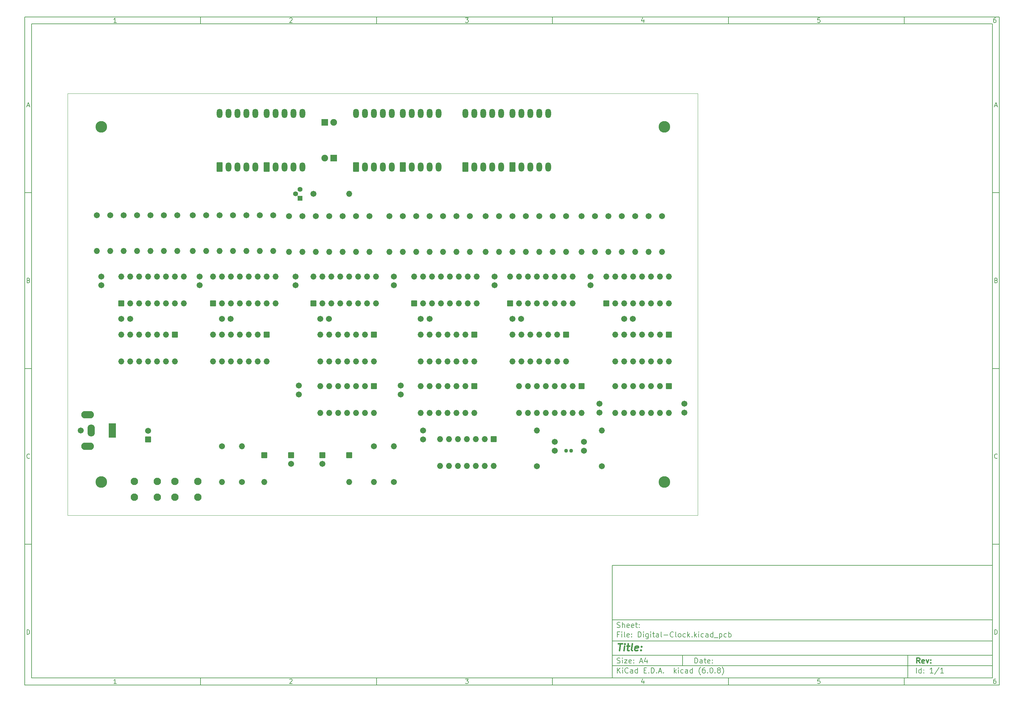
<source format=gbr>
G04 #@! TF.GenerationSoftware,KiCad,Pcbnew,(6.0.8)*
G04 #@! TF.CreationDate,2022-10-20T20:27:48+05:30*
G04 #@! TF.ProjectId,Digital-Clock,44696769-7461-46c2-9d43-6c6f636b2e6b,rev?*
G04 #@! TF.SameCoordinates,Original*
G04 #@! TF.FileFunction,Soldermask,Bot*
G04 #@! TF.FilePolarity,Negative*
%FSLAX46Y46*%
G04 Gerber Fmt 4.6, Leading zero omitted, Abs format (unit mm)*
G04 Created by KiCad (PCBNEW (6.0.8)) date 2022-10-20 20:27:48*
%MOMM*%
%LPD*%
G01*
G04 APERTURE LIST*
G04 Aperture macros list*
%AMRoundRect*
0 Rectangle with rounded corners*
0 $1 Rounding radius*
0 $2 $3 $4 $5 $6 $7 $8 $9 X,Y pos of 4 corners*
0 Add a 4 corners polygon primitive as box body*
4,1,4,$2,$3,$4,$5,$6,$7,$8,$9,$2,$3,0*
0 Add four circle primitives for the rounded corners*
1,1,$1+$1,$2,$3*
1,1,$1+$1,$4,$5*
1,1,$1+$1,$6,$7*
1,1,$1+$1,$8,$9*
0 Add four rect primitives between the rounded corners*
20,1,$1+$1,$2,$3,$4,$5,0*
20,1,$1+$1,$4,$5,$6,$7,0*
20,1,$1+$1,$6,$7,$8,$9,0*
20,1,$1+$1,$8,$9,$2,$3,0*%
G04 Aperture macros list end*
%ADD10C,0.100000*%
%ADD11C,0.150000*%
%ADD12C,0.300000*%
%ADD13C,0.400000*%
G04 #@! TA.AperFunction,Profile*
%ADD14C,0.050000*%
G04 #@! TD*
%ADD15RoundRect,0.051000X-0.762000X-1.262000X0.762000X-1.262000X0.762000X1.262000X-0.762000X1.262000X0*%
%ADD16O,1.626000X2.626000*%
%ADD17RoundRect,0.051000X-0.800000X0.800000X-0.800000X-0.800000X0.800000X-0.800000X0.800000X0.800000X0*%
%ADD18C,1.702000*%
%ADD19O,1.702000X1.702000*%
%ADD20RoundRect,0.051000X-0.900000X-0.900000X0.900000X-0.900000X0.900000X0.900000X-0.900000X0.900000X0*%
%ADD21C,1.902000*%
%ADD22RoundRect,0.051000X0.900000X0.900000X-0.900000X0.900000X-0.900000X-0.900000X0.900000X-0.900000X0*%
%ADD23RoundRect,0.051000X0.650000X-0.650000X0.650000X0.650000X-0.650000X0.650000X-0.650000X-0.650000X0*%
%ADD24C,1.402000*%
%ADD25RoundRect,0.051000X0.800000X-0.800000X0.800000X0.800000X-0.800000X0.800000X-0.800000X-0.800000X0*%
%ADD26C,2.102000*%
%ADD27RoundRect,0.051000X-1.000000X2.000000X-1.000000X-2.000000X1.000000X-2.000000X1.000000X2.000000X0*%
%ADD28O,2.102000X3.402000*%
%ADD29O,3.602000X2.102000*%
%ADD30C,1.102000*%
%ADD31C,3.302000*%
G04 APERTURE END LIST*
D10*
D11*
X177002200Y-166007200D02*
X177002200Y-198007200D01*
X285002200Y-198007200D01*
X285002200Y-166007200D01*
X177002200Y-166007200D01*
D10*
D11*
X10000000Y-10000000D02*
X10000000Y-200007200D01*
X287002200Y-200007200D01*
X287002200Y-10000000D01*
X10000000Y-10000000D01*
D10*
D11*
X12000000Y-12000000D02*
X12000000Y-198007200D01*
X285002200Y-198007200D01*
X285002200Y-12000000D01*
X12000000Y-12000000D01*
D10*
D11*
X60000000Y-12000000D02*
X60000000Y-10000000D01*
D10*
D11*
X110000000Y-12000000D02*
X110000000Y-10000000D01*
D10*
D11*
X160000000Y-12000000D02*
X160000000Y-10000000D01*
D10*
D11*
X210000000Y-12000000D02*
X210000000Y-10000000D01*
D10*
D11*
X260000000Y-12000000D02*
X260000000Y-10000000D01*
D10*
D11*
X36065476Y-11588095D02*
X35322619Y-11588095D01*
X35694047Y-11588095D02*
X35694047Y-10288095D01*
X35570238Y-10473809D01*
X35446428Y-10597619D01*
X35322619Y-10659523D01*
D10*
D11*
X85322619Y-10411904D02*
X85384523Y-10350000D01*
X85508333Y-10288095D01*
X85817857Y-10288095D01*
X85941666Y-10350000D01*
X86003571Y-10411904D01*
X86065476Y-10535714D01*
X86065476Y-10659523D01*
X86003571Y-10845238D01*
X85260714Y-11588095D01*
X86065476Y-11588095D01*
D10*
D11*
X135260714Y-10288095D02*
X136065476Y-10288095D01*
X135632142Y-10783333D01*
X135817857Y-10783333D01*
X135941666Y-10845238D01*
X136003571Y-10907142D01*
X136065476Y-11030952D01*
X136065476Y-11340476D01*
X136003571Y-11464285D01*
X135941666Y-11526190D01*
X135817857Y-11588095D01*
X135446428Y-11588095D01*
X135322619Y-11526190D01*
X135260714Y-11464285D01*
D10*
D11*
X185941666Y-10721428D02*
X185941666Y-11588095D01*
X185632142Y-10226190D02*
X185322619Y-11154761D01*
X186127380Y-11154761D01*
D10*
D11*
X236003571Y-10288095D02*
X235384523Y-10288095D01*
X235322619Y-10907142D01*
X235384523Y-10845238D01*
X235508333Y-10783333D01*
X235817857Y-10783333D01*
X235941666Y-10845238D01*
X236003571Y-10907142D01*
X236065476Y-11030952D01*
X236065476Y-11340476D01*
X236003571Y-11464285D01*
X235941666Y-11526190D01*
X235817857Y-11588095D01*
X235508333Y-11588095D01*
X235384523Y-11526190D01*
X235322619Y-11464285D01*
D10*
D11*
X285941666Y-10288095D02*
X285694047Y-10288095D01*
X285570238Y-10350000D01*
X285508333Y-10411904D01*
X285384523Y-10597619D01*
X285322619Y-10845238D01*
X285322619Y-11340476D01*
X285384523Y-11464285D01*
X285446428Y-11526190D01*
X285570238Y-11588095D01*
X285817857Y-11588095D01*
X285941666Y-11526190D01*
X286003571Y-11464285D01*
X286065476Y-11340476D01*
X286065476Y-11030952D01*
X286003571Y-10907142D01*
X285941666Y-10845238D01*
X285817857Y-10783333D01*
X285570238Y-10783333D01*
X285446428Y-10845238D01*
X285384523Y-10907142D01*
X285322619Y-11030952D01*
D10*
D11*
X60000000Y-198007200D02*
X60000000Y-200007200D01*
D10*
D11*
X110000000Y-198007200D02*
X110000000Y-200007200D01*
D10*
D11*
X160000000Y-198007200D02*
X160000000Y-200007200D01*
D10*
D11*
X210000000Y-198007200D02*
X210000000Y-200007200D01*
D10*
D11*
X260000000Y-198007200D02*
X260000000Y-200007200D01*
D10*
D11*
X36065476Y-199595295D02*
X35322619Y-199595295D01*
X35694047Y-199595295D02*
X35694047Y-198295295D01*
X35570238Y-198481009D01*
X35446428Y-198604819D01*
X35322619Y-198666723D01*
D10*
D11*
X85322619Y-198419104D02*
X85384523Y-198357200D01*
X85508333Y-198295295D01*
X85817857Y-198295295D01*
X85941666Y-198357200D01*
X86003571Y-198419104D01*
X86065476Y-198542914D01*
X86065476Y-198666723D01*
X86003571Y-198852438D01*
X85260714Y-199595295D01*
X86065476Y-199595295D01*
D10*
D11*
X135260714Y-198295295D02*
X136065476Y-198295295D01*
X135632142Y-198790533D01*
X135817857Y-198790533D01*
X135941666Y-198852438D01*
X136003571Y-198914342D01*
X136065476Y-199038152D01*
X136065476Y-199347676D01*
X136003571Y-199471485D01*
X135941666Y-199533390D01*
X135817857Y-199595295D01*
X135446428Y-199595295D01*
X135322619Y-199533390D01*
X135260714Y-199471485D01*
D10*
D11*
X185941666Y-198728628D02*
X185941666Y-199595295D01*
X185632142Y-198233390D02*
X185322619Y-199161961D01*
X186127380Y-199161961D01*
D10*
D11*
X236003571Y-198295295D02*
X235384523Y-198295295D01*
X235322619Y-198914342D01*
X235384523Y-198852438D01*
X235508333Y-198790533D01*
X235817857Y-198790533D01*
X235941666Y-198852438D01*
X236003571Y-198914342D01*
X236065476Y-199038152D01*
X236065476Y-199347676D01*
X236003571Y-199471485D01*
X235941666Y-199533390D01*
X235817857Y-199595295D01*
X235508333Y-199595295D01*
X235384523Y-199533390D01*
X235322619Y-199471485D01*
D10*
D11*
X285941666Y-198295295D02*
X285694047Y-198295295D01*
X285570238Y-198357200D01*
X285508333Y-198419104D01*
X285384523Y-198604819D01*
X285322619Y-198852438D01*
X285322619Y-199347676D01*
X285384523Y-199471485D01*
X285446428Y-199533390D01*
X285570238Y-199595295D01*
X285817857Y-199595295D01*
X285941666Y-199533390D01*
X286003571Y-199471485D01*
X286065476Y-199347676D01*
X286065476Y-199038152D01*
X286003571Y-198914342D01*
X285941666Y-198852438D01*
X285817857Y-198790533D01*
X285570238Y-198790533D01*
X285446428Y-198852438D01*
X285384523Y-198914342D01*
X285322619Y-199038152D01*
D10*
D11*
X10000000Y-60000000D02*
X12000000Y-60000000D01*
D10*
D11*
X10000000Y-110000000D02*
X12000000Y-110000000D01*
D10*
D11*
X10000000Y-160000000D02*
X12000000Y-160000000D01*
D10*
D11*
X10690476Y-35216666D02*
X11309523Y-35216666D01*
X10566666Y-35588095D02*
X11000000Y-34288095D01*
X11433333Y-35588095D01*
D10*
D11*
X11092857Y-84907142D02*
X11278571Y-84969047D01*
X11340476Y-85030952D01*
X11402380Y-85154761D01*
X11402380Y-85340476D01*
X11340476Y-85464285D01*
X11278571Y-85526190D01*
X11154761Y-85588095D01*
X10659523Y-85588095D01*
X10659523Y-84288095D01*
X11092857Y-84288095D01*
X11216666Y-84350000D01*
X11278571Y-84411904D01*
X11340476Y-84535714D01*
X11340476Y-84659523D01*
X11278571Y-84783333D01*
X11216666Y-84845238D01*
X11092857Y-84907142D01*
X10659523Y-84907142D01*
D10*
D11*
X11402380Y-135464285D02*
X11340476Y-135526190D01*
X11154761Y-135588095D01*
X11030952Y-135588095D01*
X10845238Y-135526190D01*
X10721428Y-135402380D01*
X10659523Y-135278571D01*
X10597619Y-135030952D01*
X10597619Y-134845238D01*
X10659523Y-134597619D01*
X10721428Y-134473809D01*
X10845238Y-134350000D01*
X11030952Y-134288095D01*
X11154761Y-134288095D01*
X11340476Y-134350000D01*
X11402380Y-134411904D01*
D10*
D11*
X10659523Y-185588095D02*
X10659523Y-184288095D01*
X10969047Y-184288095D01*
X11154761Y-184350000D01*
X11278571Y-184473809D01*
X11340476Y-184597619D01*
X11402380Y-184845238D01*
X11402380Y-185030952D01*
X11340476Y-185278571D01*
X11278571Y-185402380D01*
X11154761Y-185526190D01*
X10969047Y-185588095D01*
X10659523Y-185588095D01*
D10*
D11*
X287002200Y-60000000D02*
X285002200Y-60000000D01*
D10*
D11*
X287002200Y-110000000D02*
X285002200Y-110000000D01*
D10*
D11*
X287002200Y-160000000D02*
X285002200Y-160000000D01*
D10*
D11*
X285692676Y-35216666D02*
X286311723Y-35216666D01*
X285568866Y-35588095D02*
X286002200Y-34288095D01*
X286435533Y-35588095D01*
D10*
D11*
X286095057Y-84907142D02*
X286280771Y-84969047D01*
X286342676Y-85030952D01*
X286404580Y-85154761D01*
X286404580Y-85340476D01*
X286342676Y-85464285D01*
X286280771Y-85526190D01*
X286156961Y-85588095D01*
X285661723Y-85588095D01*
X285661723Y-84288095D01*
X286095057Y-84288095D01*
X286218866Y-84350000D01*
X286280771Y-84411904D01*
X286342676Y-84535714D01*
X286342676Y-84659523D01*
X286280771Y-84783333D01*
X286218866Y-84845238D01*
X286095057Y-84907142D01*
X285661723Y-84907142D01*
D10*
D11*
X286404580Y-135464285D02*
X286342676Y-135526190D01*
X286156961Y-135588095D01*
X286033152Y-135588095D01*
X285847438Y-135526190D01*
X285723628Y-135402380D01*
X285661723Y-135278571D01*
X285599819Y-135030952D01*
X285599819Y-134845238D01*
X285661723Y-134597619D01*
X285723628Y-134473809D01*
X285847438Y-134350000D01*
X286033152Y-134288095D01*
X286156961Y-134288095D01*
X286342676Y-134350000D01*
X286404580Y-134411904D01*
D10*
D11*
X285661723Y-185588095D02*
X285661723Y-184288095D01*
X285971247Y-184288095D01*
X286156961Y-184350000D01*
X286280771Y-184473809D01*
X286342676Y-184597619D01*
X286404580Y-184845238D01*
X286404580Y-185030952D01*
X286342676Y-185278571D01*
X286280771Y-185402380D01*
X286156961Y-185526190D01*
X285971247Y-185588095D01*
X285661723Y-185588095D01*
D10*
D11*
X200434342Y-193785771D02*
X200434342Y-192285771D01*
X200791485Y-192285771D01*
X201005771Y-192357200D01*
X201148628Y-192500057D01*
X201220057Y-192642914D01*
X201291485Y-192928628D01*
X201291485Y-193142914D01*
X201220057Y-193428628D01*
X201148628Y-193571485D01*
X201005771Y-193714342D01*
X200791485Y-193785771D01*
X200434342Y-193785771D01*
X202577200Y-193785771D02*
X202577200Y-193000057D01*
X202505771Y-192857200D01*
X202362914Y-192785771D01*
X202077200Y-192785771D01*
X201934342Y-192857200D01*
X202577200Y-193714342D02*
X202434342Y-193785771D01*
X202077200Y-193785771D01*
X201934342Y-193714342D01*
X201862914Y-193571485D01*
X201862914Y-193428628D01*
X201934342Y-193285771D01*
X202077200Y-193214342D01*
X202434342Y-193214342D01*
X202577200Y-193142914D01*
X203077200Y-192785771D02*
X203648628Y-192785771D01*
X203291485Y-192285771D02*
X203291485Y-193571485D01*
X203362914Y-193714342D01*
X203505771Y-193785771D01*
X203648628Y-193785771D01*
X204720057Y-193714342D02*
X204577200Y-193785771D01*
X204291485Y-193785771D01*
X204148628Y-193714342D01*
X204077200Y-193571485D01*
X204077200Y-193000057D01*
X204148628Y-192857200D01*
X204291485Y-192785771D01*
X204577200Y-192785771D01*
X204720057Y-192857200D01*
X204791485Y-193000057D01*
X204791485Y-193142914D01*
X204077200Y-193285771D01*
X205434342Y-193642914D02*
X205505771Y-193714342D01*
X205434342Y-193785771D01*
X205362914Y-193714342D01*
X205434342Y-193642914D01*
X205434342Y-193785771D01*
X205434342Y-192857200D02*
X205505771Y-192928628D01*
X205434342Y-193000057D01*
X205362914Y-192928628D01*
X205434342Y-192857200D01*
X205434342Y-193000057D01*
D10*
D11*
X177002200Y-194507200D02*
X285002200Y-194507200D01*
D10*
D11*
X178434342Y-196585771D02*
X178434342Y-195085771D01*
X179291485Y-196585771D02*
X178648628Y-195728628D01*
X179291485Y-195085771D02*
X178434342Y-195942914D01*
X179934342Y-196585771D02*
X179934342Y-195585771D01*
X179934342Y-195085771D02*
X179862914Y-195157200D01*
X179934342Y-195228628D01*
X180005771Y-195157200D01*
X179934342Y-195085771D01*
X179934342Y-195228628D01*
X181505771Y-196442914D02*
X181434342Y-196514342D01*
X181220057Y-196585771D01*
X181077200Y-196585771D01*
X180862914Y-196514342D01*
X180720057Y-196371485D01*
X180648628Y-196228628D01*
X180577200Y-195942914D01*
X180577200Y-195728628D01*
X180648628Y-195442914D01*
X180720057Y-195300057D01*
X180862914Y-195157200D01*
X181077200Y-195085771D01*
X181220057Y-195085771D01*
X181434342Y-195157200D01*
X181505771Y-195228628D01*
X182791485Y-196585771D02*
X182791485Y-195800057D01*
X182720057Y-195657200D01*
X182577200Y-195585771D01*
X182291485Y-195585771D01*
X182148628Y-195657200D01*
X182791485Y-196514342D02*
X182648628Y-196585771D01*
X182291485Y-196585771D01*
X182148628Y-196514342D01*
X182077200Y-196371485D01*
X182077200Y-196228628D01*
X182148628Y-196085771D01*
X182291485Y-196014342D01*
X182648628Y-196014342D01*
X182791485Y-195942914D01*
X184148628Y-196585771D02*
X184148628Y-195085771D01*
X184148628Y-196514342D02*
X184005771Y-196585771D01*
X183720057Y-196585771D01*
X183577200Y-196514342D01*
X183505771Y-196442914D01*
X183434342Y-196300057D01*
X183434342Y-195871485D01*
X183505771Y-195728628D01*
X183577200Y-195657200D01*
X183720057Y-195585771D01*
X184005771Y-195585771D01*
X184148628Y-195657200D01*
X186005771Y-195800057D02*
X186505771Y-195800057D01*
X186720057Y-196585771D02*
X186005771Y-196585771D01*
X186005771Y-195085771D01*
X186720057Y-195085771D01*
X187362914Y-196442914D02*
X187434342Y-196514342D01*
X187362914Y-196585771D01*
X187291485Y-196514342D01*
X187362914Y-196442914D01*
X187362914Y-196585771D01*
X188077200Y-196585771D02*
X188077200Y-195085771D01*
X188434342Y-195085771D01*
X188648628Y-195157200D01*
X188791485Y-195300057D01*
X188862914Y-195442914D01*
X188934342Y-195728628D01*
X188934342Y-195942914D01*
X188862914Y-196228628D01*
X188791485Y-196371485D01*
X188648628Y-196514342D01*
X188434342Y-196585771D01*
X188077200Y-196585771D01*
X189577200Y-196442914D02*
X189648628Y-196514342D01*
X189577200Y-196585771D01*
X189505771Y-196514342D01*
X189577200Y-196442914D01*
X189577200Y-196585771D01*
X190220057Y-196157200D02*
X190934342Y-196157200D01*
X190077200Y-196585771D02*
X190577200Y-195085771D01*
X191077200Y-196585771D01*
X191577200Y-196442914D02*
X191648628Y-196514342D01*
X191577200Y-196585771D01*
X191505771Y-196514342D01*
X191577200Y-196442914D01*
X191577200Y-196585771D01*
X194577200Y-196585771D02*
X194577200Y-195085771D01*
X194720057Y-196014342D02*
X195148628Y-196585771D01*
X195148628Y-195585771D02*
X194577200Y-196157200D01*
X195791485Y-196585771D02*
X195791485Y-195585771D01*
X195791485Y-195085771D02*
X195720057Y-195157200D01*
X195791485Y-195228628D01*
X195862914Y-195157200D01*
X195791485Y-195085771D01*
X195791485Y-195228628D01*
X197148628Y-196514342D02*
X197005771Y-196585771D01*
X196720057Y-196585771D01*
X196577200Y-196514342D01*
X196505771Y-196442914D01*
X196434342Y-196300057D01*
X196434342Y-195871485D01*
X196505771Y-195728628D01*
X196577200Y-195657200D01*
X196720057Y-195585771D01*
X197005771Y-195585771D01*
X197148628Y-195657200D01*
X198434342Y-196585771D02*
X198434342Y-195800057D01*
X198362914Y-195657200D01*
X198220057Y-195585771D01*
X197934342Y-195585771D01*
X197791485Y-195657200D01*
X198434342Y-196514342D02*
X198291485Y-196585771D01*
X197934342Y-196585771D01*
X197791485Y-196514342D01*
X197720057Y-196371485D01*
X197720057Y-196228628D01*
X197791485Y-196085771D01*
X197934342Y-196014342D01*
X198291485Y-196014342D01*
X198434342Y-195942914D01*
X199791485Y-196585771D02*
X199791485Y-195085771D01*
X199791485Y-196514342D02*
X199648628Y-196585771D01*
X199362914Y-196585771D01*
X199220057Y-196514342D01*
X199148628Y-196442914D01*
X199077200Y-196300057D01*
X199077200Y-195871485D01*
X199148628Y-195728628D01*
X199220057Y-195657200D01*
X199362914Y-195585771D01*
X199648628Y-195585771D01*
X199791485Y-195657200D01*
X202077200Y-197157200D02*
X202005771Y-197085771D01*
X201862914Y-196871485D01*
X201791485Y-196728628D01*
X201720057Y-196514342D01*
X201648628Y-196157200D01*
X201648628Y-195871485D01*
X201720057Y-195514342D01*
X201791485Y-195300057D01*
X201862914Y-195157200D01*
X202005771Y-194942914D01*
X202077200Y-194871485D01*
X203291485Y-195085771D02*
X203005771Y-195085771D01*
X202862914Y-195157200D01*
X202791485Y-195228628D01*
X202648628Y-195442914D01*
X202577200Y-195728628D01*
X202577200Y-196300057D01*
X202648628Y-196442914D01*
X202720057Y-196514342D01*
X202862914Y-196585771D01*
X203148628Y-196585771D01*
X203291485Y-196514342D01*
X203362914Y-196442914D01*
X203434342Y-196300057D01*
X203434342Y-195942914D01*
X203362914Y-195800057D01*
X203291485Y-195728628D01*
X203148628Y-195657200D01*
X202862914Y-195657200D01*
X202720057Y-195728628D01*
X202648628Y-195800057D01*
X202577200Y-195942914D01*
X204077200Y-196442914D02*
X204148628Y-196514342D01*
X204077200Y-196585771D01*
X204005771Y-196514342D01*
X204077200Y-196442914D01*
X204077200Y-196585771D01*
X205077200Y-195085771D02*
X205220057Y-195085771D01*
X205362914Y-195157200D01*
X205434342Y-195228628D01*
X205505771Y-195371485D01*
X205577200Y-195657200D01*
X205577200Y-196014342D01*
X205505771Y-196300057D01*
X205434342Y-196442914D01*
X205362914Y-196514342D01*
X205220057Y-196585771D01*
X205077200Y-196585771D01*
X204934342Y-196514342D01*
X204862914Y-196442914D01*
X204791485Y-196300057D01*
X204720057Y-196014342D01*
X204720057Y-195657200D01*
X204791485Y-195371485D01*
X204862914Y-195228628D01*
X204934342Y-195157200D01*
X205077200Y-195085771D01*
X206220057Y-196442914D02*
X206291485Y-196514342D01*
X206220057Y-196585771D01*
X206148628Y-196514342D01*
X206220057Y-196442914D01*
X206220057Y-196585771D01*
X207148628Y-195728628D02*
X207005771Y-195657200D01*
X206934342Y-195585771D01*
X206862914Y-195442914D01*
X206862914Y-195371485D01*
X206934342Y-195228628D01*
X207005771Y-195157200D01*
X207148628Y-195085771D01*
X207434342Y-195085771D01*
X207577200Y-195157200D01*
X207648628Y-195228628D01*
X207720057Y-195371485D01*
X207720057Y-195442914D01*
X207648628Y-195585771D01*
X207577200Y-195657200D01*
X207434342Y-195728628D01*
X207148628Y-195728628D01*
X207005771Y-195800057D01*
X206934342Y-195871485D01*
X206862914Y-196014342D01*
X206862914Y-196300057D01*
X206934342Y-196442914D01*
X207005771Y-196514342D01*
X207148628Y-196585771D01*
X207434342Y-196585771D01*
X207577200Y-196514342D01*
X207648628Y-196442914D01*
X207720057Y-196300057D01*
X207720057Y-196014342D01*
X207648628Y-195871485D01*
X207577200Y-195800057D01*
X207434342Y-195728628D01*
X208220057Y-197157200D02*
X208291485Y-197085771D01*
X208434342Y-196871485D01*
X208505771Y-196728628D01*
X208577200Y-196514342D01*
X208648628Y-196157200D01*
X208648628Y-195871485D01*
X208577200Y-195514342D01*
X208505771Y-195300057D01*
X208434342Y-195157200D01*
X208291485Y-194942914D01*
X208220057Y-194871485D01*
D10*
D11*
X177002200Y-191507200D02*
X285002200Y-191507200D01*
D10*
D12*
X264411485Y-193785771D02*
X263911485Y-193071485D01*
X263554342Y-193785771D02*
X263554342Y-192285771D01*
X264125771Y-192285771D01*
X264268628Y-192357200D01*
X264340057Y-192428628D01*
X264411485Y-192571485D01*
X264411485Y-192785771D01*
X264340057Y-192928628D01*
X264268628Y-193000057D01*
X264125771Y-193071485D01*
X263554342Y-193071485D01*
X265625771Y-193714342D02*
X265482914Y-193785771D01*
X265197200Y-193785771D01*
X265054342Y-193714342D01*
X264982914Y-193571485D01*
X264982914Y-193000057D01*
X265054342Y-192857200D01*
X265197200Y-192785771D01*
X265482914Y-192785771D01*
X265625771Y-192857200D01*
X265697200Y-193000057D01*
X265697200Y-193142914D01*
X264982914Y-193285771D01*
X266197200Y-192785771D02*
X266554342Y-193785771D01*
X266911485Y-192785771D01*
X267482914Y-193642914D02*
X267554342Y-193714342D01*
X267482914Y-193785771D01*
X267411485Y-193714342D01*
X267482914Y-193642914D01*
X267482914Y-193785771D01*
X267482914Y-192857200D02*
X267554342Y-192928628D01*
X267482914Y-193000057D01*
X267411485Y-192928628D01*
X267482914Y-192857200D01*
X267482914Y-193000057D01*
D10*
D11*
X178362914Y-193714342D02*
X178577200Y-193785771D01*
X178934342Y-193785771D01*
X179077200Y-193714342D01*
X179148628Y-193642914D01*
X179220057Y-193500057D01*
X179220057Y-193357200D01*
X179148628Y-193214342D01*
X179077200Y-193142914D01*
X178934342Y-193071485D01*
X178648628Y-193000057D01*
X178505771Y-192928628D01*
X178434342Y-192857200D01*
X178362914Y-192714342D01*
X178362914Y-192571485D01*
X178434342Y-192428628D01*
X178505771Y-192357200D01*
X178648628Y-192285771D01*
X179005771Y-192285771D01*
X179220057Y-192357200D01*
X179862914Y-193785771D02*
X179862914Y-192785771D01*
X179862914Y-192285771D02*
X179791485Y-192357200D01*
X179862914Y-192428628D01*
X179934342Y-192357200D01*
X179862914Y-192285771D01*
X179862914Y-192428628D01*
X180434342Y-192785771D02*
X181220057Y-192785771D01*
X180434342Y-193785771D01*
X181220057Y-193785771D01*
X182362914Y-193714342D02*
X182220057Y-193785771D01*
X181934342Y-193785771D01*
X181791485Y-193714342D01*
X181720057Y-193571485D01*
X181720057Y-193000057D01*
X181791485Y-192857200D01*
X181934342Y-192785771D01*
X182220057Y-192785771D01*
X182362914Y-192857200D01*
X182434342Y-193000057D01*
X182434342Y-193142914D01*
X181720057Y-193285771D01*
X183077200Y-193642914D02*
X183148628Y-193714342D01*
X183077200Y-193785771D01*
X183005771Y-193714342D01*
X183077200Y-193642914D01*
X183077200Y-193785771D01*
X183077200Y-192857200D02*
X183148628Y-192928628D01*
X183077200Y-193000057D01*
X183005771Y-192928628D01*
X183077200Y-192857200D01*
X183077200Y-193000057D01*
X184862914Y-193357200D02*
X185577200Y-193357200D01*
X184720057Y-193785771D02*
X185220057Y-192285771D01*
X185720057Y-193785771D01*
X186862914Y-192785771D02*
X186862914Y-193785771D01*
X186505771Y-192214342D02*
X186148628Y-193285771D01*
X187077200Y-193285771D01*
D10*
D11*
X263434342Y-196585771D02*
X263434342Y-195085771D01*
X264791485Y-196585771D02*
X264791485Y-195085771D01*
X264791485Y-196514342D02*
X264648628Y-196585771D01*
X264362914Y-196585771D01*
X264220057Y-196514342D01*
X264148628Y-196442914D01*
X264077200Y-196300057D01*
X264077200Y-195871485D01*
X264148628Y-195728628D01*
X264220057Y-195657200D01*
X264362914Y-195585771D01*
X264648628Y-195585771D01*
X264791485Y-195657200D01*
X265505771Y-196442914D02*
X265577200Y-196514342D01*
X265505771Y-196585771D01*
X265434342Y-196514342D01*
X265505771Y-196442914D01*
X265505771Y-196585771D01*
X265505771Y-195657200D02*
X265577200Y-195728628D01*
X265505771Y-195800057D01*
X265434342Y-195728628D01*
X265505771Y-195657200D01*
X265505771Y-195800057D01*
X268148628Y-196585771D02*
X267291485Y-196585771D01*
X267720057Y-196585771D02*
X267720057Y-195085771D01*
X267577200Y-195300057D01*
X267434342Y-195442914D01*
X267291485Y-195514342D01*
X269862914Y-195014342D02*
X268577200Y-196942914D01*
X271148628Y-196585771D02*
X270291485Y-196585771D01*
X270720057Y-196585771D02*
X270720057Y-195085771D01*
X270577200Y-195300057D01*
X270434342Y-195442914D01*
X270291485Y-195514342D01*
D10*
D11*
X177002200Y-187507200D02*
X285002200Y-187507200D01*
D10*
D13*
X178714580Y-188211961D02*
X179857438Y-188211961D01*
X179036009Y-190211961D02*
X179286009Y-188211961D01*
X180274104Y-190211961D02*
X180440771Y-188878628D01*
X180524104Y-188211961D02*
X180416961Y-188307200D01*
X180500295Y-188402438D01*
X180607438Y-188307200D01*
X180524104Y-188211961D01*
X180500295Y-188402438D01*
X181107438Y-188878628D02*
X181869342Y-188878628D01*
X181476485Y-188211961D02*
X181262200Y-189926247D01*
X181333628Y-190116723D01*
X181512200Y-190211961D01*
X181702676Y-190211961D01*
X182655057Y-190211961D02*
X182476485Y-190116723D01*
X182405057Y-189926247D01*
X182619342Y-188211961D01*
X184190771Y-190116723D02*
X183988390Y-190211961D01*
X183607438Y-190211961D01*
X183428866Y-190116723D01*
X183357438Y-189926247D01*
X183452676Y-189164342D01*
X183571723Y-188973866D01*
X183774104Y-188878628D01*
X184155057Y-188878628D01*
X184333628Y-188973866D01*
X184405057Y-189164342D01*
X184381247Y-189354819D01*
X183405057Y-189545295D01*
X185155057Y-190021485D02*
X185238390Y-190116723D01*
X185131247Y-190211961D01*
X185047914Y-190116723D01*
X185155057Y-190021485D01*
X185131247Y-190211961D01*
X185286009Y-188973866D02*
X185369342Y-189069104D01*
X185262200Y-189164342D01*
X185178866Y-189069104D01*
X185286009Y-188973866D01*
X185262200Y-189164342D01*
D10*
D11*
X178934342Y-185600057D02*
X178434342Y-185600057D01*
X178434342Y-186385771D02*
X178434342Y-184885771D01*
X179148628Y-184885771D01*
X179720057Y-186385771D02*
X179720057Y-185385771D01*
X179720057Y-184885771D02*
X179648628Y-184957200D01*
X179720057Y-185028628D01*
X179791485Y-184957200D01*
X179720057Y-184885771D01*
X179720057Y-185028628D01*
X180648628Y-186385771D02*
X180505771Y-186314342D01*
X180434342Y-186171485D01*
X180434342Y-184885771D01*
X181791485Y-186314342D02*
X181648628Y-186385771D01*
X181362914Y-186385771D01*
X181220057Y-186314342D01*
X181148628Y-186171485D01*
X181148628Y-185600057D01*
X181220057Y-185457200D01*
X181362914Y-185385771D01*
X181648628Y-185385771D01*
X181791485Y-185457200D01*
X181862914Y-185600057D01*
X181862914Y-185742914D01*
X181148628Y-185885771D01*
X182505771Y-186242914D02*
X182577200Y-186314342D01*
X182505771Y-186385771D01*
X182434342Y-186314342D01*
X182505771Y-186242914D01*
X182505771Y-186385771D01*
X182505771Y-185457200D02*
X182577200Y-185528628D01*
X182505771Y-185600057D01*
X182434342Y-185528628D01*
X182505771Y-185457200D01*
X182505771Y-185600057D01*
X184362914Y-186385771D02*
X184362914Y-184885771D01*
X184720057Y-184885771D01*
X184934342Y-184957200D01*
X185077200Y-185100057D01*
X185148628Y-185242914D01*
X185220057Y-185528628D01*
X185220057Y-185742914D01*
X185148628Y-186028628D01*
X185077200Y-186171485D01*
X184934342Y-186314342D01*
X184720057Y-186385771D01*
X184362914Y-186385771D01*
X185862914Y-186385771D02*
X185862914Y-185385771D01*
X185862914Y-184885771D02*
X185791485Y-184957200D01*
X185862914Y-185028628D01*
X185934342Y-184957200D01*
X185862914Y-184885771D01*
X185862914Y-185028628D01*
X187220057Y-185385771D02*
X187220057Y-186600057D01*
X187148628Y-186742914D01*
X187077200Y-186814342D01*
X186934342Y-186885771D01*
X186720057Y-186885771D01*
X186577200Y-186814342D01*
X187220057Y-186314342D02*
X187077200Y-186385771D01*
X186791485Y-186385771D01*
X186648628Y-186314342D01*
X186577200Y-186242914D01*
X186505771Y-186100057D01*
X186505771Y-185671485D01*
X186577200Y-185528628D01*
X186648628Y-185457200D01*
X186791485Y-185385771D01*
X187077200Y-185385771D01*
X187220057Y-185457200D01*
X187934342Y-186385771D02*
X187934342Y-185385771D01*
X187934342Y-184885771D02*
X187862914Y-184957200D01*
X187934342Y-185028628D01*
X188005771Y-184957200D01*
X187934342Y-184885771D01*
X187934342Y-185028628D01*
X188434342Y-185385771D02*
X189005771Y-185385771D01*
X188648628Y-184885771D02*
X188648628Y-186171485D01*
X188720057Y-186314342D01*
X188862914Y-186385771D01*
X189005771Y-186385771D01*
X190148628Y-186385771D02*
X190148628Y-185600057D01*
X190077200Y-185457200D01*
X189934342Y-185385771D01*
X189648628Y-185385771D01*
X189505771Y-185457200D01*
X190148628Y-186314342D02*
X190005771Y-186385771D01*
X189648628Y-186385771D01*
X189505771Y-186314342D01*
X189434342Y-186171485D01*
X189434342Y-186028628D01*
X189505771Y-185885771D01*
X189648628Y-185814342D01*
X190005771Y-185814342D01*
X190148628Y-185742914D01*
X191077200Y-186385771D02*
X190934342Y-186314342D01*
X190862914Y-186171485D01*
X190862914Y-184885771D01*
X191648628Y-185814342D02*
X192791485Y-185814342D01*
X194362914Y-186242914D02*
X194291485Y-186314342D01*
X194077200Y-186385771D01*
X193934342Y-186385771D01*
X193720057Y-186314342D01*
X193577200Y-186171485D01*
X193505771Y-186028628D01*
X193434342Y-185742914D01*
X193434342Y-185528628D01*
X193505771Y-185242914D01*
X193577200Y-185100057D01*
X193720057Y-184957200D01*
X193934342Y-184885771D01*
X194077200Y-184885771D01*
X194291485Y-184957200D01*
X194362914Y-185028628D01*
X195220057Y-186385771D02*
X195077200Y-186314342D01*
X195005771Y-186171485D01*
X195005771Y-184885771D01*
X196005771Y-186385771D02*
X195862914Y-186314342D01*
X195791485Y-186242914D01*
X195720057Y-186100057D01*
X195720057Y-185671485D01*
X195791485Y-185528628D01*
X195862914Y-185457200D01*
X196005771Y-185385771D01*
X196220057Y-185385771D01*
X196362914Y-185457200D01*
X196434342Y-185528628D01*
X196505771Y-185671485D01*
X196505771Y-186100057D01*
X196434342Y-186242914D01*
X196362914Y-186314342D01*
X196220057Y-186385771D01*
X196005771Y-186385771D01*
X197791485Y-186314342D02*
X197648628Y-186385771D01*
X197362914Y-186385771D01*
X197220057Y-186314342D01*
X197148628Y-186242914D01*
X197077200Y-186100057D01*
X197077200Y-185671485D01*
X197148628Y-185528628D01*
X197220057Y-185457200D01*
X197362914Y-185385771D01*
X197648628Y-185385771D01*
X197791485Y-185457200D01*
X198434342Y-186385771D02*
X198434342Y-184885771D01*
X198577200Y-185814342D02*
X199005771Y-186385771D01*
X199005771Y-185385771D02*
X198434342Y-185957200D01*
X199648628Y-186242914D02*
X199720057Y-186314342D01*
X199648628Y-186385771D01*
X199577200Y-186314342D01*
X199648628Y-186242914D01*
X199648628Y-186385771D01*
X200362914Y-186385771D02*
X200362914Y-184885771D01*
X200505771Y-185814342D02*
X200934342Y-186385771D01*
X200934342Y-185385771D02*
X200362914Y-185957200D01*
X201577200Y-186385771D02*
X201577200Y-185385771D01*
X201577200Y-184885771D02*
X201505771Y-184957200D01*
X201577200Y-185028628D01*
X201648628Y-184957200D01*
X201577200Y-184885771D01*
X201577200Y-185028628D01*
X202934342Y-186314342D02*
X202791485Y-186385771D01*
X202505771Y-186385771D01*
X202362914Y-186314342D01*
X202291485Y-186242914D01*
X202220057Y-186100057D01*
X202220057Y-185671485D01*
X202291485Y-185528628D01*
X202362914Y-185457200D01*
X202505771Y-185385771D01*
X202791485Y-185385771D01*
X202934342Y-185457200D01*
X204220057Y-186385771D02*
X204220057Y-185600057D01*
X204148628Y-185457200D01*
X204005771Y-185385771D01*
X203720057Y-185385771D01*
X203577200Y-185457200D01*
X204220057Y-186314342D02*
X204077200Y-186385771D01*
X203720057Y-186385771D01*
X203577200Y-186314342D01*
X203505771Y-186171485D01*
X203505771Y-186028628D01*
X203577200Y-185885771D01*
X203720057Y-185814342D01*
X204077200Y-185814342D01*
X204220057Y-185742914D01*
X205577200Y-186385771D02*
X205577200Y-184885771D01*
X205577200Y-186314342D02*
X205434342Y-186385771D01*
X205148628Y-186385771D01*
X205005771Y-186314342D01*
X204934342Y-186242914D01*
X204862914Y-186100057D01*
X204862914Y-185671485D01*
X204934342Y-185528628D01*
X205005771Y-185457200D01*
X205148628Y-185385771D01*
X205434342Y-185385771D01*
X205577200Y-185457200D01*
X205934342Y-186528628D02*
X207077200Y-186528628D01*
X207434342Y-185385771D02*
X207434342Y-186885771D01*
X207434342Y-185457200D02*
X207577200Y-185385771D01*
X207862914Y-185385771D01*
X208005771Y-185457200D01*
X208077200Y-185528628D01*
X208148628Y-185671485D01*
X208148628Y-186100057D01*
X208077200Y-186242914D01*
X208005771Y-186314342D01*
X207862914Y-186385771D01*
X207577200Y-186385771D01*
X207434342Y-186314342D01*
X209434342Y-186314342D02*
X209291485Y-186385771D01*
X209005771Y-186385771D01*
X208862914Y-186314342D01*
X208791485Y-186242914D01*
X208720057Y-186100057D01*
X208720057Y-185671485D01*
X208791485Y-185528628D01*
X208862914Y-185457200D01*
X209005771Y-185385771D01*
X209291485Y-185385771D01*
X209434342Y-185457200D01*
X210077200Y-186385771D02*
X210077200Y-184885771D01*
X210077200Y-185457200D02*
X210220057Y-185385771D01*
X210505771Y-185385771D01*
X210648628Y-185457200D01*
X210720057Y-185528628D01*
X210791485Y-185671485D01*
X210791485Y-186100057D01*
X210720057Y-186242914D01*
X210648628Y-186314342D01*
X210505771Y-186385771D01*
X210220057Y-186385771D01*
X210077200Y-186314342D01*
D10*
D11*
X177002200Y-181507200D02*
X285002200Y-181507200D01*
D10*
D11*
X178362914Y-183614342D02*
X178577200Y-183685771D01*
X178934342Y-183685771D01*
X179077200Y-183614342D01*
X179148628Y-183542914D01*
X179220057Y-183400057D01*
X179220057Y-183257200D01*
X179148628Y-183114342D01*
X179077200Y-183042914D01*
X178934342Y-182971485D01*
X178648628Y-182900057D01*
X178505771Y-182828628D01*
X178434342Y-182757200D01*
X178362914Y-182614342D01*
X178362914Y-182471485D01*
X178434342Y-182328628D01*
X178505771Y-182257200D01*
X178648628Y-182185771D01*
X179005771Y-182185771D01*
X179220057Y-182257200D01*
X179862914Y-183685771D02*
X179862914Y-182185771D01*
X180505771Y-183685771D02*
X180505771Y-182900057D01*
X180434342Y-182757200D01*
X180291485Y-182685771D01*
X180077200Y-182685771D01*
X179934342Y-182757200D01*
X179862914Y-182828628D01*
X181791485Y-183614342D02*
X181648628Y-183685771D01*
X181362914Y-183685771D01*
X181220057Y-183614342D01*
X181148628Y-183471485D01*
X181148628Y-182900057D01*
X181220057Y-182757200D01*
X181362914Y-182685771D01*
X181648628Y-182685771D01*
X181791485Y-182757200D01*
X181862914Y-182900057D01*
X181862914Y-183042914D01*
X181148628Y-183185771D01*
X183077200Y-183614342D02*
X182934342Y-183685771D01*
X182648628Y-183685771D01*
X182505771Y-183614342D01*
X182434342Y-183471485D01*
X182434342Y-182900057D01*
X182505771Y-182757200D01*
X182648628Y-182685771D01*
X182934342Y-182685771D01*
X183077200Y-182757200D01*
X183148628Y-182900057D01*
X183148628Y-183042914D01*
X182434342Y-183185771D01*
X183577200Y-182685771D02*
X184148628Y-182685771D01*
X183791485Y-182185771D02*
X183791485Y-183471485D01*
X183862914Y-183614342D01*
X184005771Y-183685771D01*
X184148628Y-183685771D01*
X184648628Y-183542914D02*
X184720057Y-183614342D01*
X184648628Y-183685771D01*
X184577200Y-183614342D01*
X184648628Y-183542914D01*
X184648628Y-183685771D01*
X184648628Y-182757200D02*
X184720057Y-182828628D01*
X184648628Y-182900057D01*
X184577200Y-182828628D01*
X184648628Y-182757200D01*
X184648628Y-182900057D01*
D10*
D12*
D10*
D11*
D10*
D11*
D10*
D11*
D10*
D11*
D10*
D11*
X197002200Y-191507200D02*
X197002200Y-194507200D01*
D10*
D11*
X261002200Y-191507200D02*
X261002200Y-198007200D01*
D14*
X22225000Y-33655000D02*
X22225000Y-133350000D01*
X22225000Y-151765000D02*
X201295000Y-151765000D01*
X22225000Y-31750000D02*
X22225000Y-33655000D01*
X201295000Y-41910000D02*
X201295000Y-31750000D01*
X22225000Y-133350000D02*
X22225000Y-151765000D01*
X201295000Y-31750000D02*
X22225000Y-31750000D01*
X201295000Y-151765000D02*
X201295000Y-41910000D01*
X22225000Y-33655000D02*
X22225000Y-133350000D01*
X22225000Y-151765000D02*
X201295000Y-151765000D01*
X22225000Y-31750000D02*
X22225000Y-33655000D01*
X201295000Y-41910000D02*
X201295000Y-31750000D01*
X22225000Y-133350000D02*
X22225000Y-151765000D01*
X201295000Y-31750000D02*
X22225000Y-31750000D01*
X201295000Y-151765000D02*
X201295000Y-41910000D01*
D15*
X148590000Y-52705000D03*
D16*
X151130000Y-52705000D03*
X153670000Y-52705000D03*
X156210000Y-52705000D03*
X158750000Y-52705000D03*
X158750000Y-37465000D03*
X156210000Y-37465000D03*
X153670000Y-37465000D03*
X151130000Y-37465000D03*
X148590000Y-37465000D03*
D15*
X135255000Y-52705000D03*
D16*
X137795000Y-52705000D03*
X140335000Y-52705000D03*
X142875000Y-52705000D03*
X145415000Y-52705000D03*
X145415000Y-37465000D03*
X142875000Y-37465000D03*
X140335000Y-37465000D03*
X137795000Y-37465000D03*
X135255000Y-37465000D03*
D15*
X117475000Y-52705000D03*
D16*
X120015000Y-52705000D03*
X122555000Y-52705000D03*
X125095000Y-52705000D03*
X127635000Y-52705000D03*
X127635000Y-37465000D03*
X125095000Y-37465000D03*
X122555000Y-37465000D03*
X120015000Y-37465000D03*
X117475000Y-37465000D03*
D15*
X104140000Y-52705000D03*
D16*
X106680000Y-52705000D03*
X109220000Y-52705000D03*
X111760000Y-52705000D03*
X114300000Y-52705000D03*
X114300000Y-37465000D03*
X111760000Y-37465000D03*
X109220000Y-37465000D03*
X106680000Y-37465000D03*
X104140000Y-37465000D03*
D17*
X94615000Y-134620000D03*
D18*
X94615000Y-137120000D03*
D17*
X85725000Y-134620000D03*
D18*
X85725000Y-137120000D03*
D17*
X102235000Y-134620000D03*
D19*
X102235000Y-142240000D03*
D17*
X78105000Y-134620000D03*
D19*
X78105000Y-142240000D03*
D20*
X95250000Y-40005000D03*
D21*
X97790000Y-40005000D03*
D22*
X97790000Y-50165000D03*
D21*
X95250000Y-50165000D03*
D18*
X173990000Y-137795000D03*
D19*
X173990000Y-127635000D03*
D18*
X155575000Y-137795000D03*
D19*
X155575000Y-127635000D03*
D18*
X114935000Y-142240000D03*
D19*
X114935000Y-132080000D03*
D18*
X109220000Y-132080000D03*
D19*
X109220000Y-142240000D03*
D18*
X71755000Y-142240000D03*
D19*
X71755000Y-132080000D03*
D18*
X66040000Y-132080000D03*
D19*
X66040000Y-142240000D03*
D18*
X175895000Y-66675000D03*
D19*
X175895000Y-76835000D03*
D18*
X179705000Y-66675000D03*
D19*
X179705000Y-76835000D03*
D18*
X183515000Y-66675000D03*
D19*
X183515000Y-76835000D03*
D18*
X187325000Y-66675000D03*
D19*
X187325000Y-76835000D03*
D18*
X191135000Y-66675000D03*
D19*
X191135000Y-76835000D03*
D18*
X168275000Y-66675000D03*
D19*
X168275000Y-76835000D03*
D18*
X163830000Y-66675000D03*
D19*
X163830000Y-76835000D03*
D18*
X140970000Y-66675000D03*
D19*
X140970000Y-76835000D03*
D18*
X121285000Y-66675000D03*
D19*
X121285000Y-76835000D03*
D18*
X125095000Y-66675000D03*
D19*
X125095000Y-76835000D03*
D18*
X128905000Y-66675000D03*
D19*
X128905000Y-76835000D03*
D18*
X132715000Y-66675000D03*
D19*
X132715000Y-76835000D03*
D18*
X136525000Y-66675000D03*
D19*
X136525000Y-76835000D03*
D18*
X113665000Y-66675000D03*
D19*
X113665000Y-76835000D03*
D18*
X117475000Y-66675000D03*
D19*
X117475000Y-76835000D03*
D18*
X92710000Y-66675000D03*
D19*
X92710000Y-76835000D03*
D18*
X96520000Y-66675000D03*
D19*
X96520000Y-76835000D03*
D18*
X100330000Y-66675000D03*
D19*
X100330000Y-76835000D03*
D18*
X104140000Y-66675000D03*
D19*
X104140000Y-76835000D03*
D18*
X85090000Y-66675000D03*
D19*
X85090000Y-76835000D03*
D18*
X88900000Y-66675000D03*
D19*
X88900000Y-76835000D03*
D18*
X34290000Y-66422749D03*
D19*
X34290000Y-76582749D03*
D23*
X88265000Y-61595000D03*
D24*
X86995000Y-60325000D03*
X88265000Y-59055000D03*
D17*
X168275000Y-115000000D03*
D19*
X165735000Y-115000000D03*
X163195000Y-115000000D03*
X160655000Y-115000000D03*
X158115000Y-115000000D03*
X155575000Y-115000000D03*
X153035000Y-115000000D03*
X150495000Y-115000000D03*
X150495000Y-122620000D03*
X153035000Y-122620000D03*
X155575000Y-122620000D03*
X158115000Y-122620000D03*
X160655000Y-122620000D03*
X163195000Y-122620000D03*
X165735000Y-122620000D03*
X168275000Y-122620000D03*
D17*
X193040000Y-115000000D03*
D19*
X190500000Y-115000000D03*
X187960000Y-115000000D03*
X185420000Y-115000000D03*
X182880000Y-115000000D03*
X180340000Y-115000000D03*
X177800000Y-115000000D03*
X177800000Y-122620000D03*
X180340000Y-122620000D03*
X182880000Y-122620000D03*
X185420000Y-122620000D03*
X187960000Y-122620000D03*
X190500000Y-122620000D03*
X193040000Y-122620000D03*
D17*
X193040000Y-100330000D03*
D19*
X190500000Y-100330000D03*
X187960000Y-100330000D03*
X185420000Y-100330000D03*
X182880000Y-100330000D03*
X180340000Y-100330000D03*
X177800000Y-100330000D03*
X177800000Y-107950000D03*
X180340000Y-107950000D03*
X182880000Y-107950000D03*
X185420000Y-107950000D03*
X187960000Y-107950000D03*
X190500000Y-107950000D03*
X193040000Y-107950000D03*
D25*
X175260000Y-91440000D03*
D19*
X177800000Y-91440000D03*
X180340000Y-91440000D03*
X182880000Y-91440000D03*
X185420000Y-91440000D03*
X187960000Y-91440000D03*
X190500000Y-91440000D03*
X193040000Y-91440000D03*
X193040000Y-83820000D03*
X190500000Y-83820000D03*
X187960000Y-83820000D03*
X185420000Y-83820000D03*
X182880000Y-83820000D03*
X180340000Y-83820000D03*
X177800000Y-83820000D03*
X175260000Y-83820000D03*
D17*
X137795000Y-100330000D03*
D19*
X135255000Y-100330000D03*
X132715000Y-100330000D03*
X130175000Y-100330000D03*
X127635000Y-100330000D03*
X125095000Y-100330000D03*
X122555000Y-100330000D03*
X122555000Y-107950000D03*
X125095000Y-107950000D03*
X127635000Y-107950000D03*
X130175000Y-107950000D03*
X132715000Y-107950000D03*
X135255000Y-107950000D03*
X137795000Y-107950000D03*
D25*
X120650000Y-91440000D03*
D19*
X123190000Y-91440000D03*
X125730000Y-91440000D03*
X128270000Y-91440000D03*
X130810000Y-91440000D03*
X133350000Y-91440000D03*
X135890000Y-91440000D03*
X138430000Y-91440000D03*
X138430000Y-83820000D03*
X135890000Y-83820000D03*
X133350000Y-83820000D03*
X130810000Y-83820000D03*
X128270000Y-83820000D03*
X125730000Y-83820000D03*
X123190000Y-83820000D03*
X120650000Y-83820000D03*
D17*
X109220000Y-100330000D03*
D19*
X106680000Y-100330000D03*
X104140000Y-100330000D03*
X101600000Y-100330000D03*
X99060000Y-100330000D03*
X96520000Y-100330000D03*
X93980000Y-100330000D03*
X93980000Y-107950000D03*
X96520000Y-107950000D03*
X99060000Y-107950000D03*
X101600000Y-107950000D03*
X104140000Y-107950000D03*
X106680000Y-107950000D03*
X109220000Y-107950000D03*
D25*
X92075000Y-91440000D03*
D19*
X94615000Y-91440000D03*
X97155000Y-91440000D03*
X99695000Y-91440000D03*
X102235000Y-91440000D03*
X104775000Y-91440000D03*
X107315000Y-91440000D03*
X109855000Y-91440000D03*
X109855000Y-83820000D03*
X107315000Y-83820000D03*
X104775000Y-83820000D03*
X102235000Y-83820000D03*
X99695000Y-83820000D03*
X97155000Y-83820000D03*
X94615000Y-83820000D03*
X92075000Y-83820000D03*
D25*
X37465000Y-91440000D03*
D19*
X40005000Y-91440000D03*
X42545000Y-91440000D03*
X45085000Y-91440000D03*
X47625000Y-91440000D03*
X50165000Y-91440000D03*
X52705000Y-91440000D03*
X55245000Y-91440000D03*
X55245000Y-83820000D03*
X52705000Y-83820000D03*
X50165000Y-83820000D03*
X47625000Y-83820000D03*
X45085000Y-83820000D03*
X42545000Y-83820000D03*
X40005000Y-83820000D03*
X37465000Y-83820000D03*
D17*
X109220000Y-115000000D03*
D19*
X106680000Y-115000000D03*
X104140000Y-115000000D03*
X101600000Y-115000000D03*
X99060000Y-115000000D03*
X96520000Y-115000000D03*
X93980000Y-115000000D03*
X93980000Y-122620000D03*
X96520000Y-122620000D03*
X99060000Y-122620000D03*
X101600000Y-122620000D03*
X104140000Y-122620000D03*
X106680000Y-122620000D03*
X109220000Y-122620000D03*
D17*
X137795000Y-115000000D03*
D19*
X135255000Y-115000000D03*
X132715000Y-115000000D03*
X130175000Y-115000000D03*
X127635000Y-115000000D03*
X125095000Y-115000000D03*
X122555000Y-115000000D03*
X122555000Y-122620000D03*
X125095000Y-122620000D03*
X127635000Y-122620000D03*
X130175000Y-122620000D03*
X132715000Y-122620000D03*
X135255000Y-122620000D03*
X137795000Y-122620000D03*
D17*
X143256000Y-130048000D03*
D19*
X140716000Y-130048000D03*
X138176000Y-130048000D03*
X135636000Y-130048000D03*
X133096000Y-130048000D03*
X130556000Y-130048000D03*
X128016000Y-130048000D03*
X128016000Y-137668000D03*
X130556000Y-137668000D03*
X133096000Y-137668000D03*
X135636000Y-137668000D03*
X138176000Y-137668000D03*
X140716000Y-137668000D03*
X143256000Y-137668000D03*
D18*
X39965000Y-95885000D03*
X37465000Y-95885000D03*
X173355000Y-122535000D03*
X173355000Y-120035000D03*
X68560000Y-95885000D03*
X66060000Y-95885000D03*
X59690000Y-83820000D03*
X59690000Y-86320000D03*
X182860000Y-95885000D03*
X180360000Y-95885000D03*
X125075000Y-95885000D03*
X122575000Y-95885000D03*
X86995000Y-83820000D03*
X86995000Y-86320000D03*
X31750000Y-83820000D03*
X31750000Y-86320000D03*
X116840000Y-117348000D03*
X116840000Y-114848000D03*
X87884000Y-117348000D03*
X87884000Y-114848000D03*
X114935000Y-83820000D03*
X114935000Y-86320000D03*
X197485000Y-122515000D03*
X197485000Y-120015000D03*
X96480000Y-95885000D03*
X93980000Y-95885000D03*
X123190000Y-127635000D03*
X123190000Y-130135000D03*
X143510000Y-83820000D03*
X143510000Y-86320000D03*
X170815000Y-83820000D03*
X170815000Y-86320000D03*
D26*
X41200000Y-142080000D03*
X47700000Y-142080000D03*
X41200000Y-146580000D03*
X47700000Y-146580000D03*
X52705000Y-142080000D03*
X59205000Y-142080000D03*
X59205000Y-146580000D03*
X52705000Y-146580000D03*
D17*
X78740000Y-100330000D03*
D19*
X76200000Y-100330000D03*
X73660000Y-100330000D03*
X71120000Y-100330000D03*
X68580000Y-100330000D03*
X66040000Y-100330000D03*
X63500000Y-100330000D03*
X63500000Y-107950000D03*
X66040000Y-107950000D03*
X68580000Y-107950000D03*
X71120000Y-107950000D03*
X73660000Y-107950000D03*
X76200000Y-107950000D03*
X78740000Y-107950000D03*
D17*
X52705000Y-100330000D03*
D19*
X50165000Y-100330000D03*
X47625000Y-100330000D03*
X45085000Y-100330000D03*
X42545000Y-100330000D03*
X40005000Y-100330000D03*
X37465000Y-100330000D03*
X37465000Y-107950000D03*
X40005000Y-107950000D03*
X42545000Y-107950000D03*
X45085000Y-107950000D03*
X47625000Y-107950000D03*
X50165000Y-107950000D03*
X52705000Y-107950000D03*
D25*
X63500000Y-91440000D03*
D19*
X66040000Y-91440000D03*
X68580000Y-91440000D03*
X71120000Y-91440000D03*
X73660000Y-91440000D03*
X76200000Y-91440000D03*
X78740000Y-91440000D03*
X81280000Y-91440000D03*
X81280000Y-83820000D03*
X78740000Y-83820000D03*
X76200000Y-83820000D03*
X73660000Y-83820000D03*
X71120000Y-83820000D03*
X68580000Y-83820000D03*
X66040000Y-83820000D03*
X63500000Y-83820000D03*
D18*
X80645000Y-66422749D03*
D19*
X80645000Y-76582749D03*
D18*
X65405000Y-66422749D03*
D19*
X65405000Y-76582749D03*
D18*
X73025000Y-66422749D03*
D19*
X73025000Y-76582749D03*
D18*
X69215000Y-66422749D03*
D19*
X69215000Y-76582749D03*
D18*
X76835000Y-66422749D03*
D19*
X76835000Y-76582749D03*
D18*
X45720000Y-66422749D03*
D19*
X45720000Y-76582749D03*
D18*
X57785000Y-66422749D03*
D19*
X57785000Y-76582749D03*
D18*
X38100000Y-66422749D03*
D19*
X38100000Y-76582749D03*
D18*
X49530000Y-66422749D03*
D19*
X49530000Y-76582749D03*
D18*
X53340000Y-66422749D03*
D19*
X53340000Y-76582749D03*
D18*
X41910000Y-66422749D03*
D19*
X41910000Y-76582749D03*
D18*
X61595000Y-66422749D03*
D19*
X61595000Y-76582749D03*
D18*
X30480000Y-66422749D03*
D19*
X30480000Y-76582749D03*
D15*
X78740000Y-52705000D03*
D16*
X81280000Y-52705000D03*
X83820000Y-52705000D03*
X86360000Y-52705000D03*
X88900000Y-52705000D03*
X88900000Y-37465000D03*
X86360000Y-37465000D03*
X83820000Y-37465000D03*
X81280000Y-37465000D03*
X78740000Y-37465000D03*
D15*
X65405000Y-52705000D03*
D16*
X67945000Y-52705000D03*
X70485000Y-52705000D03*
X73025000Y-52705000D03*
X75565000Y-52705000D03*
X75565000Y-37465000D03*
X73025000Y-37465000D03*
X70485000Y-37465000D03*
X67945000Y-37465000D03*
X65405000Y-37465000D03*
D18*
X172085000Y-66675000D03*
D19*
X172085000Y-76835000D03*
D18*
X107950000Y-66675000D03*
D19*
X107950000Y-76835000D03*
D18*
X151110000Y-95885000D03*
X148610000Y-95885000D03*
X148590000Y-66675000D03*
D19*
X148590000Y-76835000D03*
D18*
X152400000Y-66675000D03*
D19*
X152400000Y-76835000D03*
D18*
X156210000Y-66675000D03*
D19*
X156210000Y-76835000D03*
D18*
X160020000Y-66675000D03*
D19*
X160020000Y-76835000D03*
D18*
X144780000Y-66675000D03*
D19*
X144780000Y-76835000D03*
D17*
X163830000Y-100330000D03*
D19*
X161290000Y-100330000D03*
X158750000Y-100330000D03*
X156210000Y-100330000D03*
X153670000Y-100330000D03*
X151130000Y-100330000D03*
X148590000Y-100330000D03*
X148590000Y-107950000D03*
X151130000Y-107950000D03*
X153670000Y-107950000D03*
X156210000Y-107950000D03*
X158750000Y-107950000D03*
X161290000Y-107950000D03*
X163830000Y-107950000D03*
D25*
X147955000Y-91440000D03*
D19*
X150495000Y-91440000D03*
X153035000Y-91440000D03*
X155575000Y-91440000D03*
X158115000Y-91440000D03*
X160655000Y-91440000D03*
X163195000Y-91440000D03*
X165735000Y-91440000D03*
X165735000Y-83820000D03*
X163195000Y-83820000D03*
X160655000Y-83820000D03*
X158115000Y-83820000D03*
X155575000Y-83820000D03*
X153035000Y-83820000D03*
X150495000Y-83820000D03*
X147955000Y-83820000D03*
D18*
X25925000Y-127635000D03*
D27*
X34925000Y-127635000D03*
D28*
X28925000Y-127635000D03*
D29*
X27925000Y-123135000D03*
X27925000Y-132135000D03*
D25*
X45085000Y-130175000D03*
D18*
X45085000Y-127675000D03*
X168910000Y-133350000D03*
X168910000Y-130850000D03*
X160655000Y-133350000D03*
X160655000Y-130850000D03*
D30*
X163830000Y-133350000D03*
X165330000Y-133350000D03*
D18*
X92075000Y-60325000D03*
D19*
X102235000Y-60325000D03*
D31*
X31750000Y-142240000D03*
X191770000Y-41275000D03*
X31750000Y-41275000D03*
X191770000Y-142240000D03*
G36*
X87585433Y-60697625D02*
G01*
X87585342Y-60699448D01*
X87580837Y-60707251D01*
X87564437Y-60774851D01*
X87587089Y-60840299D01*
X87641608Y-60883175D01*
X87687585Y-60892036D01*
X87689097Y-60893346D01*
X87688719Y-60895310D01*
X87687207Y-60896000D01*
X87615199Y-60896000D01*
X87596262Y-60899767D01*
X87580380Y-60910380D01*
X87569767Y-60926262D01*
X87566000Y-60945199D01*
X87566000Y-61017812D01*
X87565000Y-61019544D01*
X87563000Y-61019544D01*
X87562081Y-61018375D01*
X87542404Y-60951360D01*
X87490061Y-60906005D01*
X87421462Y-60896142D01*
X87375996Y-60914595D01*
X87374015Y-60914320D01*
X87373263Y-60912467D01*
X87374345Y-60910955D01*
X87381813Y-60907199D01*
X87509522Y-60798125D01*
X87581986Y-60697281D01*
X87583809Y-60696458D01*
X87585433Y-60697625D01*
G37*
M02*

</source>
